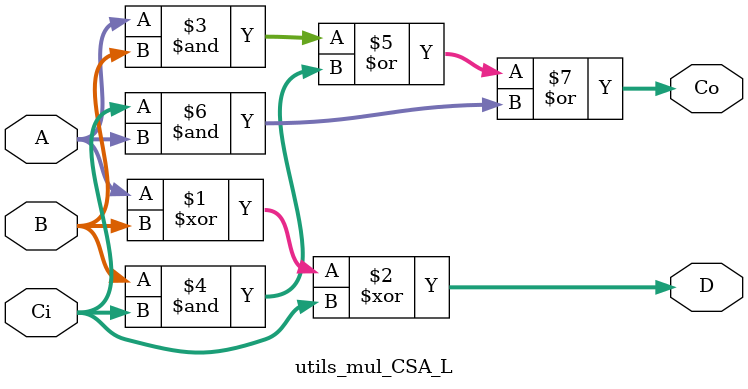
<source format=v>

module utils_mul_CSA_L (
        A,//
        B,//
        Ci,//
        D,//
        Co//
       );
parameter     DW = 8;
input [(DW-1):0]  A,B,Ci;
output[(DW-1):0]  D;
output[DW:1]  Co;
assign D = A ^ B ^ Ci;
assign Co = A & B | B & Ci | Ci & A;
endmodule


</source>
